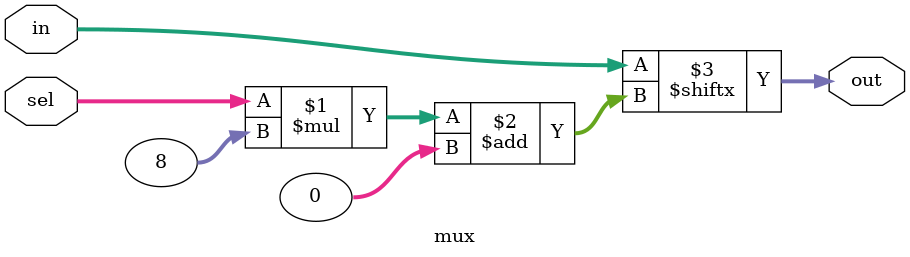
<source format=v>

module mux #(
    parameter SEL_WIDTH = 4,  // Number of bits in `sel` → N = 2^SEL_WIDTH channels
    parameter w         = 8   // Width of each channel in bits
) (
    input  wire [(1<<SEL_WIDTH)*w -1 : 0] in,   // Concatenated bus of N channels
    input  wire [        SEL_WIDTH-1 : 0] sel,  // Select index (0..N-1)
    output wire [                w-1 : 0] out   // Selected w-bit output
);

    // A single‐line slice: take w bits starting at bit (sel * w)
    assign out = in[sel*w+:w];

endmodule

</source>
